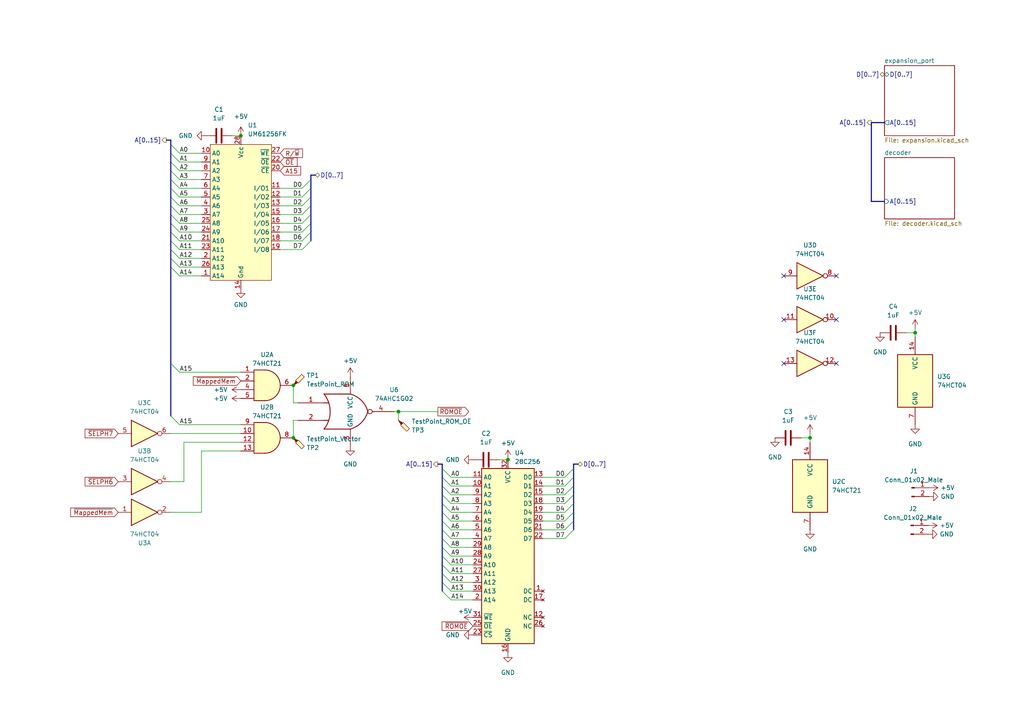
<source format=kicad_sch>
(kicad_sch (version 20231120) (generator "eeschema") (generator_version "8.0")
  (paper "A4")
  (lib_symbols
    (symbol "6309sbc:28C256plcc"
      (property "Reference" "U" (at -7.62 26.67 0))
      (property "Value" "28C256" (at 2.54 -26.67 0))
      (symbol "28C256plcc_1_1"
        (rectangle (start -7.62 25.4) (end 7.62 -25.4) (stroke (width 0.254)) (fill (type background)))
        (pin no_connect line (at 10.16 -10.16 180) (length 2.54) (name "DC") (number "1"))
        (pin input line (at -10.16 20.32 0) (length 2.54) (name "A1") (number "10"))
        (pin input line (at -10.16 22.86 0) (length 2.54) (name "A0") (number "11"))
        (pin no_connect line (at 10.16 -17.78 180) (length 2.54) (name "NC") (number "12"))
        (pin tri_state line (at 10.16 22.86 180) (length 2.54) (name "D0") (number "13"))
        (pin tri_state line (at 10.16 20.32 180) (length 2.54) (name "D1") (number "14"))
        (pin tri_state line (at 10.16 17.78 180) (length 2.54) (name "D2") (number "15"))
        (pin power_in line (at 0 -27.94 90) (length 2.54) (name "GND") (number "16"))
        (pin no_connect line (at 10.16 -12.7 180) (length 2.54) (name "DC") (number "17"))
        (pin tri_state line (at 10.16 15.24 180) (length 2.54) (name "D3") (number "18"))
        (pin tri_state line (at 10.16 12.7 180) (length 2.54) (name "D4") (number "19"))
        (pin input line (at -10.16 -12.7 0) (length 2.54) (name "A14") (number "2"))
        (pin tri_state line (at 10.16 10.16 180) (length 2.54) (name "D5") (number "20"))
        (pin tri_state line (at 10.16 7.62 180) (length 2.54) (name "D6") (number "21"))
        (pin tri_state line (at 10.16 5.08 180) (length 2.54) (name "D7") (number "22"))
        (pin input line (at -10.16 -22.86 0) (length 2.54) (name "~{CS}") (number "23"))
        (pin input line (at -10.16 -2.54 0) (length 2.54) (name "A10") (number "24"))
        (pin input line (at -10.16 -20.32 0) (length 2.54) (name "~{OE}") (number "25"))
        (pin no_connect line (at 10.16 -20.32 180) (length 2.54) (name "NC") (number "26"))
        (pin input line (at -10.16 -5.08 0) (length 2.54) (name "A11") (number "27"))
        (pin input line (at -10.16 0 0) (length 2.54) (name "A9") (number "28"))
        (pin input line (at -10.16 2.54 0) (length 2.54) (name "A8") (number "29"))
        (pin input line (at -10.16 -7.62 0) (length 2.54) (name "A12") (number "3"))
        (pin input line (at -10.16 -10.16 0) (length 2.54) (name "A13") (number "30"))
        (pin input line (at -10.16 -17.78 0) (length 2.54) (name "~{WE}") (number "31"))
        (pin power_in line (at 0 27.94 270) (length 2.54) (name "VCC") (number "32"))
        (pin input line (at -10.16 5.08 0) (length 2.54) (name "A7") (number "4"))
        (pin input line (at -10.16 7.62 0) (length 2.54) (name "A6") (number "5"))
        (pin input line (at -10.16 10.16 0) (length 2.54) (name "A5") (number "6"))
        (pin input line (at -10.16 12.7 0) (length 2.54) (name "A4") (number "7"))
        (pin input line (at -10.16 15.24 0) (length 2.54) (name "A3") (number "8"))
        (pin input line (at -10.16 17.78 0) (length 2.54) (name "A2") (number "9"))
      )
    )
    (symbol "74xGxx:74AHC1G02"
      (property "Reference" "U" (at -2.54 3.81 0))
      (property "Value" "74AHC1G02" (at 0 -3.81 0))
      (symbol "74AHC1G02_0_1"
        (arc (start -7.62 -5.08) (mid -5.838 0) (end -7.62 5.08) (stroke (width 0.254)))
        (arc (start 0 -5.08) (mid 3.1986 -3.2054) (end 5.08 0) (stroke (width 0.254)))
        (polyline (pts (xy -7.62 -2.54) (xy -6.35 -2.54)) (stroke (width 0.254)) (fill (type background)))
        (polyline (pts (xy -7.62 2.54) (xy -6.35 2.54)) (stroke (width 0.254)) (fill (type background)))
        (polyline (pts (xy 0 -5.08) (xy -7.62 -5.08)) (stroke (width 0.254)) (fill (type background)))
        (polyline (pts (xy 0 5.08) (xy -7.62 5.08)) (stroke (width 0.254)) (fill (type background)))
        (arc (start 5.08 0) (mid 3.2238 3.2304) (end 0 5.08) (stroke (width 0.254)))
      )
      (symbol "74AHC1G02_1_1"
        (pin input line (at -15.24 2.54 0) (length 7.62) (name "~") (number "1"))
        (pin input line (at -15.24 -2.54 0) (length 7.62) (name "~") (number "2"))
        (pin power_in line (at 0 -10.16 90) (length 5.08) (name "GND") (number "3"))
        (pin output inverted (at 12.7 0 180) (length 7.62) (name "~") (number "4"))
        (pin power_in line (at 0 10.16 270) (length 5.08) (name "VCC") (number "5"))
      )
    )
    (symbol "74xx:74LS04"
      (property "Reference" "U" (at 0 1.27 0))
      (property "Value" "74LS04" (at 0 -1.27 0))
      (symbol "74LS04_1_0"
        (polyline (pts (xy -3.81 3.81) (xy -3.81 -3.81) (xy 3.81 0) (xy -3.81 3.81)) (stroke (width 0.254)) (fill (type background)))
        (pin input line (at -7.62 0 0) (length 3.81) (name "~") (number "1"))
        (pin output inverted (at 7.62 0 180) (length 3.81) (name "~") (number "2"))
      )
      (symbol "74LS04_2_0"
        (polyline (pts (xy -3.81 3.81) (xy -3.81 -3.81) (xy 3.81 0) (xy -3.81 3.81)) (stroke (width 0.254)) (fill (type background)))
        (pin input line (at -7.62 0 0) (length 3.81) (name "~") (number "3"))
        (pin output inverted (at 7.62 0 180) (length 3.81) (name "~") (number "4"))
      )
      (symbol "74LS04_3_0"
        (polyline (pts (xy -3.81 3.81) (xy -3.81 -3.81) (xy 3.81 0) (xy -3.81 3.81)) (stroke (width 0.254)) (fill (type background)))
        (pin input line (at -7.62 0 0) (length 3.81) (name "~") (number "5"))
        (pin output inverted (at 7.62 0 180) (length 3.81) (name "~") (number "6"))
      )
      (symbol "74LS04_4_0"
        (polyline (pts (xy -3.81 3.81) (xy -3.81 -3.81) (xy 3.81 0) (xy -3.81 3.81)) (stroke (width 0.254)) (fill (type background)))
        (pin output inverted (at 7.62 0 180) (length 3.81) (name "~") (number "8"))
        (pin input line (at -7.62 0 0) (length 3.81) (name "~") (number "9"))
      )
      (symbol "74LS04_5_0"
        (polyline (pts (xy -3.81 3.81) (xy -3.81 -3.81) (xy 3.81 0) (xy -3.81 3.81)) (stroke (width 0.254)) (fill (type background)))
        (pin output inverted (at 7.62 0 180) (length 3.81) (name "~") (number "10"))
        (pin input line (at -7.62 0 0) (length 3.81) (name "~") (number "11"))
      )
      (symbol "74LS04_6_0"
        (polyline (pts (xy -3.81 3.81) (xy -3.81 -3.81) (xy 3.81 0) (xy -3.81 3.81)) (stroke (width 0.254)) (fill (type background)))
        (pin output inverted (at 7.62 0 180) (length 3.81) (name "~") (number "12"))
        (pin input line (at -7.62 0 0) (length 3.81) (name "~") (number "13"))
      )
      (symbol "74LS04_7_0"
        (pin power_in line (at 0 12.7 270) (length 5.08) (name "VCC") (number "14"))
        (pin power_in line (at 0 -12.7 90) (length 5.08) (name "GND") (number "7"))
      )
      (symbol "74LS04_7_1"
        (rectangle (start -5.08 7.62) (end 5.08 -7.62) (stroke (width 0.254)) (fill (type background)))
      )
    )
    (symbol "74xx:74LS21" (pin_names (offset 1.016))
      (property "Reference" "U" (at 0 1.27 0))
      (property "Value" "74LS21" (at 0 -1.27 0))
      (symbol "74LS21_1_1"
        (arc (start -0.635 -4.445) (mid 3.7907 0) (end -0.635 4.445) (stroke (width 0.254)) (fill (type background)))
        (polyline (pts (xy -0.635 4.445) (xy -3.81 4.445) (xy -3.81 -4.445) (xy -0.635 -4.445)) (stroke (width 0.254)) (fill (type background)))
        (pin input line (at -7.62 3.81 0) (length 3.81) (name "~") (number "1"))
        (pin input line (at -7.62 1.27 0) (length 3.81) (name "~") (number "2"))
        (pin input line (at -7.62 -1.27 0) (length 3.81) (name "~") (number "4"))
        (pin input line (at -7.62 -3.81 0) (length 3.81) (name "~") (number "5"))
        (pin output line (at 7.62 0 180) (length 3.81) (name "~") (number "6"))
      )
      (symbol "74LS21_1_2"
        (arc (start -3.81 -4.445) (mid -2.5908 0) (end -3.81 4.445) (stroke (width 0.254)))
        (arc (start -0.6096 -4.445) (mid 2.2246 -2.8422) (end 3.81 0) (stroke (width 0.254)) (fill (type background)))
        (polyline (pts (xy -3.81 -4.445) (xy -0.635 -4.445)) (stroke (width 0.254)) (fill (type background)))
        (polyline (pts (xy -3.81 4.445) (xy -0.635 4.445)) (stroke (width 0.254)) (fill (type background)))
        (polyline (pts (xy -0.635 4.445) (xy -3.81 4.445) (xy -3.81 4.445) (xy -3.6322 4.0894) (xy -3.0988 2.921) (xy -2.7686 1.6764) (xy -2.6162 0.4318) (xy -2.6416 -0.8636) (xy -2.8702 -2.1082) (xy -3.2512 -3.3274) (xy -3.81 -4.445) (xy -3.81 -4.445) (xy -0.635 -4.445)) (stroke (width -25.4)) (fill (type background)))
        (arc (start 3.81 0) (mid 2.2204 2.8379) (end -0.6096 4.445) (stroke (width 0.254)) (fill (type background)))
        (pin input inverted (at -7.62 3.81 0) (length 3.81) (name "~") (number "1"))
        (pin input inverted (at -7.62 1.27 0) (length 4.826) (name "~") (number "2"))
        (pin input inverted (at -7.62 -1.27 0) (length 4.826) (name "~") (number "4"))
        (pin input inverted (at -7.62 -3.81 0) (length 3.81) (name "~") (number "5"))
        (pin output inverted (at 7.62 0 180) (length 3.81) (name "~") (number "6"))
      )
      (symbol "74LS21_2_1"
        (arc (start -0.635 -4.445) (mid 3.7907 0) (end -0.635 4.445) (stroke (width 0.254)) (fill (type background)))
        (polyline (pts (xy -0.635 4.445) (xy -3.81 4.445) (xy -3.81 -4.445) (xy -0.635 -4.445)) (stroke (width 0.254)) (fill (type background)))
        (pin input line (at -7.62 1.27 0) (length 3.81) (name "~") (number "10"))
        (pin input line (at -7.62 -1.27 0) (length 3.81) (name "~") (number "12"))
        (pin input line (at -7.62 -3.81 0) (length 3.81) (name "~") (number "13"))
        (pin output line (at 7.62 0 180) (length 3.81) (name "~") (number "8"))
        (pin input line (at -7.62 3.81 0) (length 3.81) (name "~") (number "9"))
      )
      (symbol "74LS21_2_2"
        (arc (start -3.81 -4.445) (mid -2.5908 0) (end -3.81 4.445) (stroke (width 0.254)))
        (arc (start -0.6096 -4.445) (mid 2.2246 -2.8422) (end 3.81 0) (stroke (width 0.254)) (fill (type background)))
        (polyline (pts (xy -3.81 -4.445) (xy -0.635 -4.445)) (stroke (width 0.254)) (fill (type background)))
        (polyline (pts (xy -3.81 4.445) (xy -0.635 4.445)) (stroke (width 0.254)) (fill (type background)))
        (polyline (pts (xy -0.635 4.445) (xy -3.81 4.445) (xy -3.81 4.445) (xy -3.6322 4.0894) (xy -3.0988 2.921) (xy -2.7686 1.6764) (xy -2.6162 0.4318) (xy -2.6416 -0.8636) (xy -2.8702 -2.1082) (xy -3.2512 -3.3274) (xy -3.81 -4.445) (xy -3.81 -4.445) (xy -0.635 -4.445)) (stroke (width -25.4)) (fill (type background)))
        (arc (start 3.81 0) (mid 2.2204 2.8379) (end -0.6096 4.445) (stroke (width 0.254)) (fill (type background)))
        (pin input inverted (at -7.62 1.27 0) (length 4.826) (name "~") (number "10"))
        (pin input inverted (at -7.62 -1.27 0) (length 4.826) (name "~") (number "12"))
        (pin input inverted (at -7.62 -3.81 0) (length 3.81) (name "~") (number "13"))
        (pin output inverted (at 7.62 0 180) (length 3.81) (name "~") (number "8"))
        (pin input inverted (at -7.62 3.81 0) (length 3.81) (name "~") (number "9"))
      )
      (symbol "74LS21_3_0"
        (pin power_in line (at 0 12.7 270) (length 5.08) (name "VCC") (number "14"))
        (pin power_in line (at 0 -12.7 90) (length 5.08) (name "GND") (number "7"))
      )
      (symbol "74LS21_3_1"
        (rectangle (start -5.08 7.62) (end 5.08 -7.62) (stroke (width 0.254)) (fill (type background)))
      )
    )
    (symbol "Connector:Conn_01x02_Male" (pin_names (offset 1.016) hide)
      (property "Reference" "J" (at 0 2.54 0))
      (property "Value" "Conn_01x02_Male" (at 0 -5.08 0))
      (symbol "Conn_01x02_Male_1_1"
        (polyline (pts (xy 1.27 -2.54) (xy 0.8636 -2.54)) (stroke (width 0.1524)))
        (polyline (pts (xy 1.27 0) (xy 0.8636 0)) (stroke (width 0.1524)))
        (rectangle (start 0.8636 -2.413) (end 0 -2.667) (stroke (width 0.1524)) (fill (type outline)))
        (rectangle (start 0.8636 0.127) (end 0 -0.127) (stroke (width 0.1524)) (fill (type outline)))
        (pin passive line (at 5.08 0 180) (length 3.81) (name "Pin_1") (number "1"))
        (pin passive line (at 5.08 -2.54 180) (length 3.81) (name "Pin_2") (number "2"))
      )
    )
    (symbol "Connector:TestPoint_Probe" (pin_numbers hide) (pin_names (offset 0.762) hide)
      (property "Reference" "TP" (at 1.651 5.842 0))
      (property "Value" "TestPoint_Probe" (at 1.651 4.064 0))
      (symbol "TestPoint_Probe_0_1"
        (polyline (pts (xy 1.27 0.762) (xy 0 0) (xy 0.762 1.27) (xy 1.27 0.762)) (fill (type outline)))
        (polyline (pts (xy 1.397 0.635) (xy 0.635 1.397) (xy 2.413 3.175) (xy 3.175 2.413) (xy 1.397 0.635)) (fill (type background)))
      )
      (symbol "TestPoint_Probe_1_1"
        (pin passive line (at 0 0 90) (length 0) (name "1") (number "1"))
      )
    )
    (symbol "Device:C" (pin_numbers hide) (pin_names (offset 0.254))
      (property "Reference" "C" (at 0.635 2.54 0))
      (property "Value" "C" (at 0.635 -2.54 0))
      (symbol "C_0_1"
        (polyline (pts (xy -2.032 -0.762) (xy 2.032 -0.762)) (stroke (width 0.508)))
        (polyline (pts (xy -2.032 0.762) (xy 2.032 0.762)) (stroke (width 0.508)))
      )
      (symbol "C_1_1"
        (pin passive line (at 0 3.81 270) (length 2.794) (name "~") (number "1"))
        (pin passive line (at 0 -3.81 90) (length 2.794) (name "~") (number "2"))
      )
    )
    (symbol "UM61256FK_1"
      (property "Reference" "U" (at 0 8.89 0))
      (property "Value" "UM61256FK_1" (at 0 11.43 0))
      (symbol "UM61256FK_1_0_1"
        (rectangle (start -8.89 21.59) (end 8.89 -17.78) (fill (type background)))
      )
      (symbol "UM61256FK_1_1_1"
        (pin input line (at -11.43 -16.51 0) (length 2.54) (name "A14") (number "1"))
        (pin input line (at -11.43 19.05 0) (length 2.54) (name "A0") (number "10"))
        (pin bidirectional line (at 11.43 8.89 180) (length 2.54) (name "I/O1") (number "11"))
        (pin bidirectional line (at 11.43 6.35 180) (length 2.54) (name "I/O2") (number "12"))
        (pin bidirectional line (at 11.43 3.81 180) (length 2.54) (name "I/O3") (number "13"))
        (pin power_in line (at 0 -20.32 90) (length 2.54) (name "Gnd") (number "14"))
        (pin bidirectional line (at 11.43 1.27 180) (length 2.54) (name "I/O4") (number "15"))
        (pin bidirectional line (at 11.43 -1.27 180) (length 2.54) (name "I/O5") (number "16"))
        (pin bidirectional line (at 11.43 -3.81 180) (length 2.54) (name "I/O6") (number "17"))
        (pin bidirectional line (at 11.43 -6.35 180) (length 2.54) (name "I/O7") (number "18"))
        (pin bidirectional line (at 11.43 -8.89 180) (length 2.54) (name "I/O8") (number "19"))
        (pin input line (at -11.43 -11.43 0) (length 2.54) (name "A12") (number "2"))
        (pin input line (at 11.43 13.97 180) (length 2.54) (name "~{CE}") (number "20"))
        (pin input line (at -11.43 -6.35 0) (length 2.54) (name "A10") (number "21"))
        (pin input line (at 11.43 16.51 180) (length 2.54) (name "~{OE}") (number "22"))
        (pin input line (at -11.43 -8.89 0) (length 2.54) (name "A11") (number "23"))
        (pin input line (at -11.43 -3.81 0) (length 2.54) (name "A9") (number "24"))
        (pin input line (at -11.43 -1.27 0) (length 2.54) (name "A8") (number "25"))
        (pin input line (at -11.43 -13.97 0) (length 2.54) (name "A13") (number "26"))
        (pin input line (at 11.43 19.05 180) (length 2.54) (name "~{WE}") (number "27"))
        (pin power_in line (at 0 24.13 270) (length 2.54) (name "Vcc") (number "28"))
        (pin input line (at -11.43 1.27 0) (length 2.54) (name "A7") (number "3"))
        (pin input line (at -11.43 3.81 0) (length 2.54) (name "A6") (number "4"))
        (pin input line (at -11.43 6.35 0) (length 2.54) (name "A5") (number "5"))
        (pin input line (at -11.43 8.89 0) (length 2.54) (name "A4") (number "6"))
        (pin input line (at -11.43 11.43 0) (length 2.54) (name "A3") (number "7"))
        (pin input line (at -11.43 13.97 0) (length 2.54) (name "A2") (number "8"))
        (pin input line (at -11.43 16.51 0) (length 2.54) (name "A1") (number "9"))
      )
    )
    (symbol "power:+5V" (power) (pin_names (offset 0))
      (property "Value" "+5V" (at 0 3.556 0))
      (symbol "+5V_0_1"
        (polyline (pts (xy -0.762 1.27) (xy 0 2.54)))
        (polyline (pts (xy 0 0) (xy 0 2.54)))
        (polyline (pts (xy 0 2.54) (xy 0.762 1.27)))
      )
      (symbol "+5V_1_1"
        (pin power_in line (at 0 0 90) (length 0) hide (name "+5V") (number "1"))
      )
    )
    (symbol "power:GND" (power) (pin_names (offset 0))
      (property "Value" "GND" (at 0 -3.81 0))
      (symbol "GND_0_1"
        (polyline (pts (xy 0 0) (xy 0 -1.27) (xy 1.27 -1.27) (xy 0 -2.54) (xy -1.27 -1.27) (xy 0 -1.27)))
      )
      (symbol "GND_1_1"
        (pin power_in line (at 0 0 270) (length 0) hide (name "GND") (number "1"))
      )
    )
  )
  (junction (at 69.85 39.37))
  (junction (at 85.09 127))
  (junction (at 147.32 133.35))
  (junction (at 85.09 111.76))
  (junction (at 234.95 127))
  (junction (at 265.43 96.52))
  (junction (at 115.57 119.38))
  (no_connect (at 227.33 92.71))
  (no_connect (at 227.33 80.01))
  (no_connect (at 227.33 105.41))
  (no_connect (at 242.57 80.01))
  (no_connect (at 242.57 92.71))
  (no_connect (at 242.57 105.41))
  (bus_entry (at 49.53 41.91) (size 2.54 2.54))
  (bus_entry (at 49.53 69.85) (size 2.54 2.54))
  (bus_entry (at 128.27 151.13) (size 2.54 2.54))
  (bus_entry (at 90.17 69.85) (size -2.54 2.54))
  (bus_entry (at 49.53 57.15) (size 2.54 2.54))
  (bus_entry (at 90.17 62.23) (size -2.54 2.54))
  (bus_entry (at 49.53 59.69) (size 2.54 2.54))
  (bus_entry (at 166.37 135.89) (size -2.54 2.54))
  (bus_entry (at 90.17 64.77) (size -2.54 2.54))
  (bus_entry (at 49.53 105.41) (size 2.54 2.54))
  (bus_entry (at 166.37 153.67) (size -2.54 2.54))
  (bus_entry (at 128.27 148.59) (size 2.54 2.54))
  (bus_entry (at 49.53 52.07) (size 2.54 2.54))
  (bus_entry (at 166.37 151.13) (size -2.54 2.54))
  (bus_entry (at 128.27 138.43) (size 2.54 2.54))
  (bus_entry (at 166.37 138.43) (size -2.54 2.54))
  (bus_entry (at 128.27 163.83) (size 2.54 2.54))
  (bus_entry (at 166.37 148.59) (size -2.54 2.54))
  (bus_entry (at 90.17 54.61) (size -2.54 2.54))
  (bus_entry (at 166.37 140.97) (size -2.54 2.54))
  (bus_entry (at 128.27 146.05) (size 2.54 2.54))
  (bus_entry (at 128.27 135.89) (size 2.54 2.54))
  (bus_entry (at 49.53 62.23) (size 2.54 2.54))
  (bus_entry (at 128.27 171.45) (size 2.54 2.54))
  (bus_entry (at 90.17 67.31) (size -2.54 2.54))
  (bus_entry (at 128.27 156.21) (size 2.54 2.54))
  (bus_entry (at 90.17 52.07) (size -2.54 2.54))
  (bus_entry (at 49.53 49.53) (size 2.54 2.54))
  (bus_entry (at 90.17 57.15) (size -2.54 2.54))
  (bus_entry (at 49.53 46.99) (size 2.54 2.54))
  (bus_entry (at 49.53 64.77) (size 2.54 2.54))
  (bus_entry (at 128.27 166.37) (size 2.54 2.54))
  (bus_entry (at 128.27 143.51) (size 2.54 2.54))
  (bus_entry (at 128.27 158.75) (size 2.54 2.54))
  (bus_entry (at 128.27 161.29) (size 2.54 2.54))
  (bus_entry (at 49.53 67.31) (size 2.54 2.54))
  (bus_entry (at 128.27 168.91) (size 2.54 2.54))
  (bus_entry (at 128.27 140.97) (size 2.54 2.54))
  (bus_entry (at 90.17 59.69) (size -2.54 2.54))
  (bus_entry (at 49.53 74.93) (size 2.54 2.54))
  (bus_entry (at 49.53 44.45) (size 2.54 2.54))
  (bus_entry (at 49.53 72.39) (size 2.54 2.54))
  (bus_entry (at 49.53 120.65) (size 2.54 2.54))
  (bus_entry (at 49.53 54.61) (size 2.54 2.54))
  (bus_entry (at 166.37 143.51) (size -2.54 2.54))
  (bus_entry (at 166.37 146.05) (size -2.54 2.54))
  (bus_entry (at 128.27 153.67) (size 2.54 2.54))
  (bus_entry (at 49.53 77.47) (size 2.54 2.54))
  (wire (pts (xy 262.89 96.52) (xy 265.43 96.52)))
  (wire (pts (xy 265.43 96.52) (xy 265.43 97.79)))
  (wire (pts (xy 53.34 128.27) (xy 69.85 128.27)))
  (bus (pts (xy 90.17 67.31) (xy 90.17 64.77)))
  (bus (pts (xy 90.17 52.07) (xy 90.17 50.8)))
  (wire (pts (xy 137.16 143.51) (xy 130.81 143.51)))
  (bus (pts (xy 128.27 148.59) (xy 128.27 151.13)))
  (bus (pts (xy 90.17 57.15) (xy 90.17 54.61)))
  (bus (pts (xy 49.53 40.64) (xy 49.53 41.91)))
  (wire (pts (xy 85.09 111.76) (xy 85.09 116.84)))
  (bus (pts (xy 128.27 168.91) (xy 128.27 171.45)))
  (wire (pts (xy 58.42 130.81) (xy 69.85 130.81)))
  (bus (pts (xy 90.17 62.23) (xy 90.17 59.69)))
  (bus (pts (xy 128.27 135.89) (xy 128.27 138.43)))
  (wire (pts (xy 157.48 156.21) (xy 163.83 156.21)))
  (bus (pts (xy 49.53 62.23) (xy 49.53 64.77)))
  (wire (pts (xy 52.07 107.95) (xy 69.85 107.95)))
  (wire (pts (xy 85.09 116.84) (xy 86.36 116.84)))
  (wire (pts (xy 49.53 125.73) (xy 69.85 125.73)))
  (wire (pts (xy 147.32 133.096) (xy 147.32 133.35)))
  (wire (pts (xy 87.63 67.31) (xy 81.28 67.31)))
  (bus (pts (xy 128.27 140.97) (xy 128.27 143.51)))
  (wire (pts (xy 163.83 148.59) (xy 157.48 148.59)))
  (wire (pts (xy 137.16 171.45) (xy 130.81 171.45)))
  (wire (pts (xy 58.42 67.31) (xy 52.07 67.31)))
  (bus (pts (xy 128.27 138.43) (xy 128.27 140.97)))
  (bus (pts (xy 90.17 54.61) (xy 90.17 52.07)))
  (wire (pts (xy 137.16 161.29) (xy 130.81 161.29)))
  (bus (pts (xy 90.17 64.77) (xy 90.17 62.23)))
  (wire (pts (xy 58.42 74.93) (xy 52.07 74.93)))
  (wire (pts (xy 137.16 163.83) (xy 130.81 163.83)))
  (bus (pts (xy 128.27 158.75) (xy 128.27 161.29)))
  (bus (pts (xy 128.27 146.05) (xy 128.27 148.59)))
  (wire (pts (xy 69.85 39.37) (xy 67.31 39.37)))
  (bus (pts (xy 166.37 143.51) (xy 166.37 140.97)))
  (wire (pts (xy 58.42 148.59) (xy 58.42 130.81)))
  (wire (pts (xy 163.83 140.97) (xy 157.48 140.97)))
  (wire (pts (xy 163.83 151.13) (xy 157.48 151.13)))
  (wire (pts (xy 49.53 139.7) (xy 53.34 139.7)))
  (bus (pts (xy 49.53 41.91) (xy 49.53 44.45)))
  (wire (pts (xy 58.42 77.47) (xy 52.07 77.47)))
  (wire (pts (xy 87.63 62.23) (xy 81.28 62.23)))
  (wire (pts (xy 232.41 127) (xy 234.95 127)))
  (bus (pts (xy 128.27 163.83) (xy 128.27 166.37)))
  (bus (pts (xy 90.17 69.85) (xy 90.17 67.31)))
  (bus (pts (xy 166.37 140.97) (xy 166.37 138.43)))
  (wire (pts (xy 137.16 140.97) (xy 130.81 140.97)))
  (wire (pts (xy 137.16 151.13) (xy 130.81 151.13)))
  (bus (pts (xy 128.27 161.29) (xy 128.27 163.83)))
  (wire (pts (xy 137.16 146.05) (xy 130.81 146.05)))
  (bus (pts (xy 166.37 151.13) (xy 166.37 148.59)))
  (wire (pts (xy 85.09 121.92) (xy 86.36 121.92)))
  (bus (pts (xy 128.27 156.21) (xy 128.27 158.75)))
  (bus (pts (xy 127 134.62) (xy 128.27 134.62)))
  (wire (pts (xy 137.16 138.43) (xy 130.81 138.43)))
  (wire (pts (xy 58.42 54.61) (xy 52.07 54.61)))
  (bus (pts (xy 49.53 44.45) (xy 49.53 46.99)))
  (wire (pts (xy 87.63 69.85) (xy 81.28 69.85)))
  (bus (pts (xy 49.53 74.93) (xy 49.53 77.47)))
  (bus (pts (xy 128.27 153.67) (xy 128.27 156.21)))
  (bus (pts (xy 49.53 64.77) (xy 49.53 67.31)))
  (wire (pts (xy 265.43 95.25) (xy 265.43 96.52)))
  (bus (pts (xy 252.73 35.56) (xy 256.54 35.56)))
  (wire (pts (xy 53.34 139.7) (xy 53.34 128.27)))
  (bus (pts (xy 49.53 46.99) (xy 49.53 49.53)))
  (wire (pts (xy 234.95 127) (xy 234.95 128.27)))
  (wire (pts (xy 81.28 72.39) (xy 87.63 72.39)))
  (wire (pts (xy 163.83 153.67) (xy 157.48 153.67)))
  (wire (pts (xy 87.63 59.69) (xy 81.28 59.69)))
  (bus (pts (xy 49.53 77.47) (xy 49.53 105.41)))
  (wire (pts (xy 58.42 44.45) (xy 52.07 44.45)))
  (wire (pts (xy 137.16 173.99) (xy 130.81 173.99)))
  (wire (pts (xy 147.32 133.35) (xy 144.78 133.35)))
  (bus (pts (xy 90.17 59.69) (xy 90.17 57.15)))
  (wire (pts (xy 58.42 62.23) (xy 52.07 62.23)))
  (wire (pts (xy 58.42 59.69) (xy 52.07 59.69)))
  (wire (pts (xy 87.63 54.61) (xy 81.28 54.61)))
  (bus (pts (xy 128.27 143.51) (xy 128.27 146.05)))
  (bus (pts (xy 252.73 58.42) (xy 256.54 58.42)))
  (bus (pts (xy 49.53 105.41) (xy 49.53 120.65)))
  (wire (pts (xy 49.53 148.59) (xy 58.42 148.59)))
  (bus (pts (xy 49.53 52.07) (xy 49.53 54.61)))
  (bus (pts (xy 91.44 50.8) (xy 90.17 50.8)))
  (bus (pts (xy 128.27 134.62) (xy 128.27 135.89)))
  (wire (pts (xy 52.07 123.19) (xy 69.85 123.19)))
  (wire (pts (xy 137.16 156.21) (xy 130.81 156.21)))
  (wire (pts (xy 127 119.38) (xy 115.57 119.38)))
  (bus (pts (xy 166.37 138.43) (xy 166.37 135.89)))
  (wire (pts (xy 58.42 52.07) (xy 52.07 52.07)))
  (wire (pts (xy 58.42 80.01) (xy 52.07 80.01)))
  (bus (pts (xy 49.53 69.85) (xy 49.53 72.39)))
  (wire (pts (xy 58.42 57.15) (xy 52.07 57.15)))
  (bus (pts (xy 167.64 134.62) (xy 166.37 134.62)))
  (bus (pts (xy 49.53 67.31) (xy 49.53 69.85)))
  (bus (pts (xy 49.53 57.15) (xy 49.53 59.69)))
  (bus (pts (xy 128.27 151.13) (xy 128.27 153.67)))
  (bus (pts (xy 49.53 72.39) (xy 49.53 74.93)))
  (wire (pts (xy 163.83 143.51) (xy 157.48 143.51)))
  (bus (pts (xy 49.53 54.61) (xy 49.53 57.15)))
  (wire (pts (xy 58.42 49.53) (xy 52.07 49.53)))
  (wire (pts (xy 147.32 189.484) (xy 147.32 189.23)))
  (bus (pts (xy 48.26 40.64) (xy 49.53 40.64)))
  (bus (pts (xy 166.37 135.89) (xy 166.37 134.62)))
  (wire (pts (xy 87.63 64.77) (xy 81.28 64.77)))
  (bus (pts (xy 166.37 153.67) (xy 166.37 151.13)))
  (bus (pts (xy 166.37 148.59) (xy 166.37 146.05)))
  (wire (pts (xy 58.42 69.85) (xy 52.07 69.85)))
  (wire (pts (xy 115.57 121.92) (xy 115.57 119.38)))
  (wire (pts (xy 85.09 127) (xy 85.09 121.92)))
  (wire (pts (xy 58.42 46.99) (xy 52.07 46.99)))
  (bus (pts (xy 49.53 49.53) (xy 49.53 52.07)))
  (wire (pts (xy 163.83 146.05) (xy 157.48 146.05)))
  (bus (pts (xy 252.73 35.56) (xy 252.73 58.42)))
  (bus (pts (xy 49.53 59.69) (xy 49.53 62.23)))
  (wire (pts (xy 137.16 148.59) (xy 130.81 148.59)))
  (wire (pts (xy 58.42 64.77) (xy 52.07 64.77)))
  (wire (pts (xy 137.16 166.37) (xy 130.81 166.37)))
  (wire (pts (xy 163.83 138.43) (xy 157.48 138.43)))
  (wire (pts (xy 87.63 57.15) (xy 81.28 57.15)))
  (bus (pts (xy 128.27 166.37) (xy 128.27 168.91)))
  (wire (pts (xy 234.95 125.73) (xy 234.95 127)))
  (wire (pts (xy 137.16 168.91) (xy 130.81 168.91)))
  (wire (pts (xy 58.42 72.39) (xy 52.07 72.39)))
  (wire (pts (xy 115.57 119.38) (xy 114.3 119.38)))
  (wire (pts (xy 137.16 158.75) (xy 130.81 158.75)))
  (bus (pts (xy 166.37 146.05) (xy 166.37 143.51)))
  (wire (pts (xy 137.16 153.67) (xy 130.81 153.67)))
  (label "D2" (at 163.83 143.51 180))
  (label "D5" (at 163.83 151.13 180))
  (label "A14" (at 130.81 173.99 0))
  (label "A14" (at 52.07 80.01 0))
  (label "D4" (at 163.83 148.59 180))
  (label "A2" (at 130.81 143.51 0))
  (label "A9" (at 52.07 67.31 0))
  (label "A11" (at 52.07 72.39 0))
  (label "A0" (at 52.07 44.45 0))
  (label "A11" (at 130.81 166.37 0))
  (label "A13" (at 52.07 77.47 0))
  (label "A2" (at 52.07 49.53 0))
  (label "D1" (at 163.83 140.97 180))
  (label "A15" (at 52.07 107.95 0))
  (label "D1" (at 87.63 57.15 180))
  (label "A9" (at 130.81 161.29 0))
  (label "D5" (at 87.63 67.31 180))
  (label "A1" (at 52.07 46.99 0))
  (label "D0" (at 163.83 138.43 180))
  (label "A5" (at 130.81 151.13 0))
  (label "A10" (at 130.81 163.83 0))
  (label "A0" (at 130.81 138.43 0))
  (label "A7" (at 130.81 156.21 0))
  (label "A7" (at 52.07 62.23 0))
  (label "D2" (at 87.63 59.69 180))
  (label "A13" (at 130.81 171.45 0))
  (label "D3" (at 163.83 146.05 180))
  (label "D6" (at 163.83 153.67 180))
  (label "D0" (at 87.63 54.61 180))
  (label "A8" (at 52.07 64.77 0))
  (label "A12" (at 130.81 168.91 0))
  (label "A12" (at 52.07 74.93 0))
  (label "D7" (at 163.83 156.21 180))
  (label "D6" (at 87.63 69.85 180))
  (label "D7" (at 87.63 72.39 180))
  (label "A6" (at 130.81 153.67 0))
  (label "D4" (at 87.63 64.77 180))
  (label "A3" (at 52.07 52.07 0))
  (label "A5" (at 52.07 57.15 0))
  (label "A8" (at 130.81 158.75 0))
  (label "A4" (at 130.81 148.59 0))
  (label "A1" (at 130.81 140.97 0))
  (label "A15" (at 52.07 123.19 0))
  (label "A10" (at 52.07 69.85 0))
  (label "D3" (at 87.63 62.23 180))
  (label "A3" (at 130.81 146.05 0))
  (label "A6" (at 52.07 59.69 0))
  (label "A4" (at 52.07 54.61 0))
  (global_label "R{slash}~{W}" (shape input) (at 81.28 44.45 0) (property "Intersheetrefs" "${INTERSHEET_REFS}" (effects (hide yes))))
  (global_label "~{OE}" (shape input) (at 81.28 46.99 0) (property "Intersheetrefs" "${INTERSHEET_REFS}" (effects (hide yes))))
  (global_label "~{SELPH7}" (shape input) (at 34.29 125.73 180) (property "Intersheetrefs" "${INTERSHEET_REFS}" (effects (hide yes))))
  (global_label "~{ROMOE}" (shape output) (at 127 119.38 0) (property "Intersheetrefs" "${INTERSHEET_REFS}" (effects (hide yes))))
  (global_label "~{SELPH6}" (shape input) (at 34.29 139.7 180) (property "Intersheetrefs" "${INTERSHEET_REFS}" (effects (hide yes))))
  (global_label "~{MappedMem}" (shape input) (at 34.29 148.59 180) (property "Intersheetrefs" "${INTERSHEET_REFS}" (effects (hide yes))))
  (global_label "~{MappedMem}" (shape input) (at 69.85 110.49 180) (property "Intersheetrefs" "${INTERSHEET_REFS}" (effects (hide yes))))
  (global_label "A15" (shape input) (at 81.28 49.53 0) (property "Intersheetrefs" "${INTERSHEET_REFS}" (effects (hide yes))))
  (global_label "~{ROMOE}" (shape input) (at 137.16 181.61 180) (property "Intersheetrefs" "${INTERSHEET_REFS}" (effects (hide yes))))
  (hierarchical_label "A[0..15]" (shape output) (at 48.26 40.64 180))
  (hierarchical_label "A[0..15]" (shape output) (at 127 134.62 180))
  (hierarchical_label "D[0..7]" (shape bidirectional) (at 256.54 21.59 180))
  (hierarchical_label "D[0..7]" (shape bidirectional) (at 167.64 134.62 0))
  (hierarchical_label "D[0..7]" (shape bidirectional) (at 91.44 50.8 0))
  (hierarchical_label "A[0..15]" (shape output) (at 252.73 35.56 180))
  (symbol (lib_id "Device:C") (at 228.6 127 90) (unit 1)
    (property "Reference" "C3" (at 228.6 119.38 90))
    (property "Value" "1uF" (at 228.6 121.92 90))
    (property "Footprint" "Capacitor_SMD:C_0805_2012Metric_Pad1.18x1.45mm_HandSolder" (effects (hide yes)))
  )
  (symbol (lib_id "Connector:TestPoint_Probe") (at 85.09 111.76 0) (unit 1)
    (property "Reference" "TP1" (at 88.9 108.9024 0) (effects (justify left)))
    (property "Value" "TestPoint_ROM" (at 88.9 111.4424 0) (effects (justify left)))
    (property "Footprint" "TestPoint:TestPoint_Pad_D1.5mm" (effects (hide yes)))
    (property "Description" "test point (alternative probe-style design)" (effects (hide yes)))
  )
  (symbol (lib_id "power:+5V") (at 137.16 179.07 90) (unit 1)
    (property "Reference" "#PWR011" (effects (hide yes)))
    (property "Value" "+5V" (at 132.842 177.292 90) (effects (justify right)))
  )
  (symbol (lib_id "Connector:TestPoint_Probe") (at 115.57 121.92 0) (mirror x) (unit 1)
    (property "Reference" "TP3" (at 119.38 124.7776 0) (effects (justify left)))
    (property "Value" "TestPoint_ROM_OE" (at 119.38 122.2376 0) (effects (justify left)))
    (property "Footprint" "TestPoint:TestPoint_Pad_D1.5mm" (effects (hide yes)))
    (property "Description" "test point (alternative probe-style design)" (effects (hide yes)))
  )
  (symbol (lib_id "74xx:74LS04") (at 41.91 139.7 0) (unit 2)
    (property "Reference" "U3" (at 41.91 130.81 0))
    (property "Value" "74HCT04" (at 41.91 133.35 0))
    (property "Footprint" "Package_SO:SOIC-14_3.9x8.7mm_P1.27mm" (effects (hide yes)))
    (property "Datasheet" "http://www.ti.com/lit/gpn/sn74LS04" (effects (hide yes)))
    (property "Description" "Hex Inverter" (effects (hide yes)))
  )
  (symbol (lib_id "Connector:Conn_01x02_Male") (at 264.414 141.478 0) (unit 1)
    (property "Reference" "J1" (at 265.049 136.652 0))
    (property "Value" "Conn_01x02_Male" (at 265.049 139.192 0))
    (property "Footprint" "Connector_PinHeader_2.54mm:PinHeader_1x02_P2.54mm_Vertical" (effects (hide yes)))
  )
  (symbol (lib_id "power:+5V") (at 69.85 39.37 0) (unit 1)
    (property "Reference" "#PWR07" (effects (hide yes)))
    (property "Value" "+5V" (at 69.85 33.782 0))
  )
  (symbol (lib_id "power:+5V") (at 101.6 109.22 0) (unit 1)
    (property "Reference" "#PWR014" (effects (hide yes)))
    (property "Value" "+5V" (at 101.6 104.648 0))
  )
  (symbol (lib_id "Device:C") (at 140.97 133.35 90) (unit 1)
    (property "Reference" "C2" (at 140.97 125.73 90))
    (property "Value" "1uF" (at 140.97 128.27 90))
    (property "Footprint" "Capacitor_SMD:C_0805_2012Metric_Pad1.18x1.45mm_HandSolder" (effects (hide yes)))
  )
  (symbol (lib_id "power:GND") (at 59.69 39.37 270) (unit 1)
    (property "Reference" "#PWR016" (effects (hide yes)))
    (property "Value" "GND" (at 55.88 39.3699 90) (effects (justify right)))
  )
  (symbol (lib_id "power:GND") (at 69.85 83.82 0) (unit 1)
    (property "Reference" "#PWR08" (effects (hide yes)))
    (property "Value" "GND" (at 69.85 88.392 0))
  )
  (symbol (lib_id "Device:C") (at 259.08 96.52 90) (unit 1)
    (property "Reference" "C4" (at 259.08 88.9 90))
    (property "Value" "1uF" (at 259.08 91.44 90))
    (property "Footprint" "Capacitor_SMD:C_0805_2012Metric_Pad1.18x1.45mm_HandSolder" (effects (hide yes)))
  )
  (symbol (lib_id "74xx:74LS04") (at 265.43 110.49 0) (unit 7)
    (property "Reference" "U3" (at 271.78 109.2199 0) (effects (justify left)))
    (property "Value" "74HCT04" (at 271.78 111.7599 0) (effects (justify left)))
    (property "Footprint" "Package_SO:SOIC-14_3.9x8.7mm_P1.27mm" (effects (hide yes)))
    (property "Datasheet" "http://www.ti.com/lit/gpn/sn74LS04" (effects (hide yes)))
    (property "Description" "Hex Inverter" (effects (hide yes)))
  )
  (symbol (lib_id "power:GND") (at 137.16 184.15 270) (unit 1)
    (property "Reference" "#PWR022" (effects (hide yes)))
    (property "Value" "GND" (at 133.35 184.1499 90) (effects (justify right)))
  )
  (symbol (lib_id "74xx:74LS04") (at 234.95 105.41 0) (unit 6)
    (property "Reference" "U3" (at 234.95 96.52 0))
    (property "Value" "74HCT04" (at 234.95 99.06 0))
    (property "Footprint" "Package_SO:SOIC-14_3.9x8.7mm_P1.27mm" (effects (hide yes)))
    (property "Datasheet" "http://www.ti.com/lit/gpn/sn74LS04" (effects (hide yes)))
    (property "Description" "Hex Inverter" (effects (hide yes)))
  )
  (symbol (lib_id "power:GND") (at 269.24 154.94 90) (unit 1)
    (property "Reference" "#PWR04" (effects (hide yes)))
    (property "Value" "GND" (at 272.542 154.9399 90) (effects (justify right)))
  )
  (symbol (lib_id "power:+5V") (at 269.494 141.478 270) (unit 1)
    (property "Reference" "#PWR05" (effects (hide yes)))
    (property "Value" "+5V" (at 272.796 141.4779 90) (effects (justify left)))
  )
  (symbol (lib_id "power:+5V") (at 69.85 113.03 90) (unit 1)
    (property "Reference" "#PWR09" (effects (hide yes)))
    (property "Value" "+5V" (at 66.04 113.0299 90) (effects (justify left)))
    (property "Description" "Power symbol creates a global label with name \"+5V\"" (effects (hide yes)))
  )
  (symbol (lib_id "power:+5V") (at 234.95 125.73 0) (unit 1)
    (property "Reference" "#PWR023" (effects (hide yes)))
    (property "Value" "+5V" (at 234.95 121.158 0))
  )
  (symbol (lib_id "power:GND") (at 101.6 129.54 0) (unit 1)
    (property "Reference" "#PWR015" (effects (hide yes)))
    (property "Value" "GND" (at 101.6 134.62 0))
    (property "Description" "Power symbol creates a global label with name \"GND\" , ground" (effects (hide yes)))
  )
  (symbol (lib_id "Connector:Conn_01x02_Male") (at 264.16 152.4 0) (unit 1)
    (property "Reference" "J2" (at 264.795 147.574 0))
    (property "Value" "Conn_01x02_Male" (at 264.795 150.114 0))
    (property "Footprint" "Connector_PinHeader_2.54mm:PinHeader_1x02_P2.54mm_Vertical" (effects (hide yes)))
  )
  (symbol (lib_id "power:+5V") (at 69.85 115.57 90) (unit 1)
    (property "Reference" "#PWR010" (effects (hide yes)))
    (property "Value" "+5V" (at 66.04 115.5699 90) (effects (justify left)))
    (property "Description" "Power symbol creates a global label with name \"+5V\"" (effects (hide yes)))
  )
  (symbol (lib_id "power:GND") (at 224.79 127 0) (unit 1)
    (property "Reference" "#PWR027" (effects (hide yes)))
    (property "Value" "GND" (at 224.79 132.588 0))
  )
  (symbol (lib_id "74xx:74LS04") (at 234.95 92.71 0) (unit 5)
    (property "Reference" "U3" (at 234.95 83.82 0))
    (property "Value" "74HCT04" (at 234.95 86.36 0))
    (property "Footprint" "Package_SO:SOIC-14_3.9x8.7mm_P1.27mm" (effects (hide yes)))
    (property "Datasheet" "http://www.ti.com/lit/gpn/sn74LS04" (effects (hide yes)))
    (property "Description" "Hex Inverter" (effects (hide yes)))
  )
  (symbol (lib_id "power:GND") (at 255.27 96.52 0) (unit 1)
    (property "Reference" "#PWR028" (effects (hide yes)))
    (property "Value" "GND" (at 255.27 102.108 0))
  )
  (symbol (lib_id "74xx:74LS21") (at 234.95 140.97 0) (unit 3)
    (property "Reference" "U2" (at 241.3 139.6999 0) (effects (justify left)))
    (property "Value" "74HCT21" (at 241.3 142.2399 0) (effects (justify left)))
    (property "Footprint" "Package_SO:SOIC-14_3.9x8.7mm_P1.27mm" (effects (hide yes)))
    (property "Datasheet" "http://www.ti.com/lit/gpn/sn74LS21" (effects (hide yes)))
    (property "Description" "Dual 4-input AND" (effects (hide yes)))
  )
  (symbol (lib_id "power:GND") (at 234.95 153.67 0) (unit 1)
    (property "Reference" "#PWR025" (effects (hide yes)))
    (property "Value" "GND" (at 234.95 159.258 0))
  )
  (symbol (lib_id "power:+5V") (at 265.43 95.25 0) (unit 1)
    (property "Reference" "#PWR024" (effects (hide yes)))
    (property "Value" "+5V" (at 265.43 90.678 0))
  )
  (symbol (lib_id "6309sbc:28C256plcc") (at 147.32 161.29 0) (unit 1)
    (property "Reference" "U4" (at 149.2759 131.3688 0) (effects (justify left)))
    (property "Value" "28C256" (at 149.2759 133.9088 0) (effects (justify left)))
    (property "Footprint" "Package_LCC:PLCC-32_THT-Socket" (effects (hide yes)))
    (property "Datasheet" "http://ww1.microchip.com/downloads/en/DeviceDoc/doc0006.pdf" (effects (hide yes)))
  )
  (symbol (lib_id "74xGxx:74AHC1G02") (at 101.6 119.38 0) (unit 1)
    (property "Reference" "U6" (at 114.3 113.0614 0))
    (property "Value" "74AHC1G02" (at 114.3 115.6014 0))
    (property "Footprint" "Package_TO_SOT_SMD:SOT-23-5_HandSoldering" (effects (hide yes)))
    (property "Datasheet" "http://www.ti.com/lit/sg/scyt129e/scyt129e.pdf" (effects (hide yes)))
    (property "Description" "Single NOR Gate, Low-Voltage CMOS" (effects (hide yes)))
  )
  (symbol (lib_id "74xx:74LS21") (at 77.47 111.76 0) (unit 1)
    (property "Reference" "U2" (at 77.4603 102.87 0))
    (property "Value" "74HCT21" (at 77.4603 105.41 0))
    (property "Footprint" "Package_SO:SOIC-14_3.9x8.7mm_P1.27mm" (effects (hide yes)))
    (property "Datasheet" "http://www.ti.com/lit/gpn/sn74LS21" (effects (hide yes)))
    (property "Description" "Dual 4-input AND" (effects (hide yes)))
  )
  (symbol (lib_name "UM61256FK_1") (lib_id "6309sbc:UM61256FK") (at 69.85 63.5 0) (unit 1)
    (property "Reference" "U1" (at 71.8694 36.322 0) (effects (justify left)))
    (property "Value" "UM61256FK" (at 71.8694 38.862 0) (effects (justify left)))
    (property "Footprint" "Package_DIP:DIP-28_W7.62mm" (effects (hide yes)))
    (property "Note" "low 32k" (effects (hide yes)))
  )
  (symbol (lib_id "Connector:TestPoint_Probe") (at 85.09 127 0) (mirror x) (unit 1)
    (property "Reference" "TP2" (at 88.9 129.8576 0) (effects (justify left)))
    (property "Value" "TestPoint_Vector" (at 88.9 127.3176 0) (effects (justify left)))
    (property "Footprint" "TestPoint:TestPoint_Pad_D1.5mm" (effects (hide yes)))
    (property "Description" "test point (alternative probe-style design)" (effects (hide yes)))
  )
  (symbol (lib_id "74xx:74LS04") (at 234.95 80.01 0) (unit 4)
    (property "Reference" "U3" (at 234.95 71.12 0))
    (property "Value" "74HCT04" (at 234.95 73.66 0))
    (property "Footprint" "Package_SO:SOIC-14_3.9x8.7mm_P1.27mm" (effects (hide yes)))
    (property "Datasheet" "http://www.ti.com/lit/gpn/sn74LS04" (effects (hide yes)))
    (property "Description" "Hex Inverter" (effects (hide yes)))
  )
  (symbol (lib_id "power:GND") (at 265.43 123.19 0) (unit 1)
    (property "Reference" "#PWR026" (effects (hide yes)))
    (property "Value" "GND" (at 265.43 128.778 0))
  )
  (symbol (lib_id "74xx:74LS04") (at 41.91 148.59 0) (mirror x) (unit 1)
    (property "Reference" "U3" (at 41.91 157.48 0))
    (property "Value" "74HCT04" (at 41.91 154.94 0))
    (property "Footprint" "Package_SO:SOIC-14_3.9x8.7mm_P1.27mm" (effects (hide yes)))
    (property "Datasheet" "http://www.ti.com/lit/gpn/sn74LS04" (effects (hide yes)))
    (property "Description" "Hex Inverter" (effects (hide yes)))
  )
  (symbol (lib_id "power:GND") (at 137.16 133.35 270) (unit 1)
    (property "Reference" "#PWR017" (effects (hide yes)))
    (property "Value" "GND" (at 133.35 133.3499 90) (effects (justify right)))
  )
  (symbol (lib_id "74xx:74LS04") (at 41.91 125.73 0) (unit 3)
    (property "Reference" "U3" (at 41.91 116.84 0))
    (property "Value" "74HCT04" (at 41.91 119.38 0))
    (property "Footprint" "Package_SO:SOIC-14_3.9x8.7mm_P1.27mm" (effects (hide yes)))
    (property "Datasheet" "http://www.ti.com/lit/gpn/sn74LS04" (effects (hide yes)))
    (property "Description" "Hex Inverter" (effects (hide yes)))
  )
  (symbol (lib_id "74xx:74LS21") (at 77.47 127 0) (unit 2)
    (property "Reference" "U2" (at 77.4603 118.11 0))
    (property "Value" "74HCT21" (at 77.4603 120.65 0))
    (property "Footprint" "Package_SO:SOIC-14_3.9x8.7mm_P1.27mm" (effects (hide yes)))
    (property "Datasheet" "http://www.ti.com/lit/gpn/sn74LS21" (effects (hide yes)))
    (property "Description" "Dual 4-input AND" (effects (hide yes)))
  )
  (symbol (lib_id "Device:C") (at 63.5 39.37 90) (unit 1)
    (property "Reference" "C1" (at 63.5 31.75 90))
    (property "Value" "1uF" (at 63.5 34.29 90))
    (property "Footprint" "Capacitor_SMD:C_0805_2012Metric_Pad1.18x1.45mm_HandSolder" (effects (hide yes)))
  )
  (symbol (lib_id "power:GND") (at 147.32 189.484 0) (unit 1)
    (property "Reference" "#PWR013" (effects (hide yes)))
    (property "Value" "GND" (at 147.32 195.072 0))
  )
  (symbol (lib_id "power:GND") (at 269.494 144.018 90) (unit 1)
    (property "Reference" "#PWR06" (effects (hide yes)))
    (property "Value" "GND" (at 272.796 144.0179 90) (effects (justify right)))
  )
  (symbol (lib_id "power:+5V") (at 147.32 133.096 0) (unit 1)
    (property "Reference" "#PWR012" (effects (hide yes)))
    (property "Value" "+5V" (at 147.32 128.524 0))
  )
  (symbol (lib_id "power:+5V") (at 269.24 152.4 270) (unit 1)
    (property "Reference" "#PWR03" (effects (hide yes)))
    (property "Value" "+5V" (at 272.542 152.3999 90) (effects (justify left)))
  )
  (sheet (at 256.54 45.72) (size 20.32 17.78) (stroke (width 0.1524))
    (property "Sheetname" "decoder" (at 256.54 45.0084 0) (effects (justify left bottom)))
    (property "Sheetfile" "decoder.kicad_sch" (at 256.54 64.0846 0) (effects (justify left top)))
    (pin "A[0..15]" input (at 256.54 58.42 180))
  )
  (sheet (at 256.54 19.05) (size 20.32 20.32) (stroke (width 0.1524))
    (property "Sheetname" "expansion_port" (at 256.54 18.3384 0) (effects (justify left bottom)))
    (property "Sheetfile" "expansion.kicad_sch" (at 256.54 39.9546 0) (effects (justify left top)))
    (pin "A[0..15]" output (at 256.54 35.56 180))
    (pin "D[0..7]" bidirectional (at 256.54 21.59 180))
  )
)
</source>
